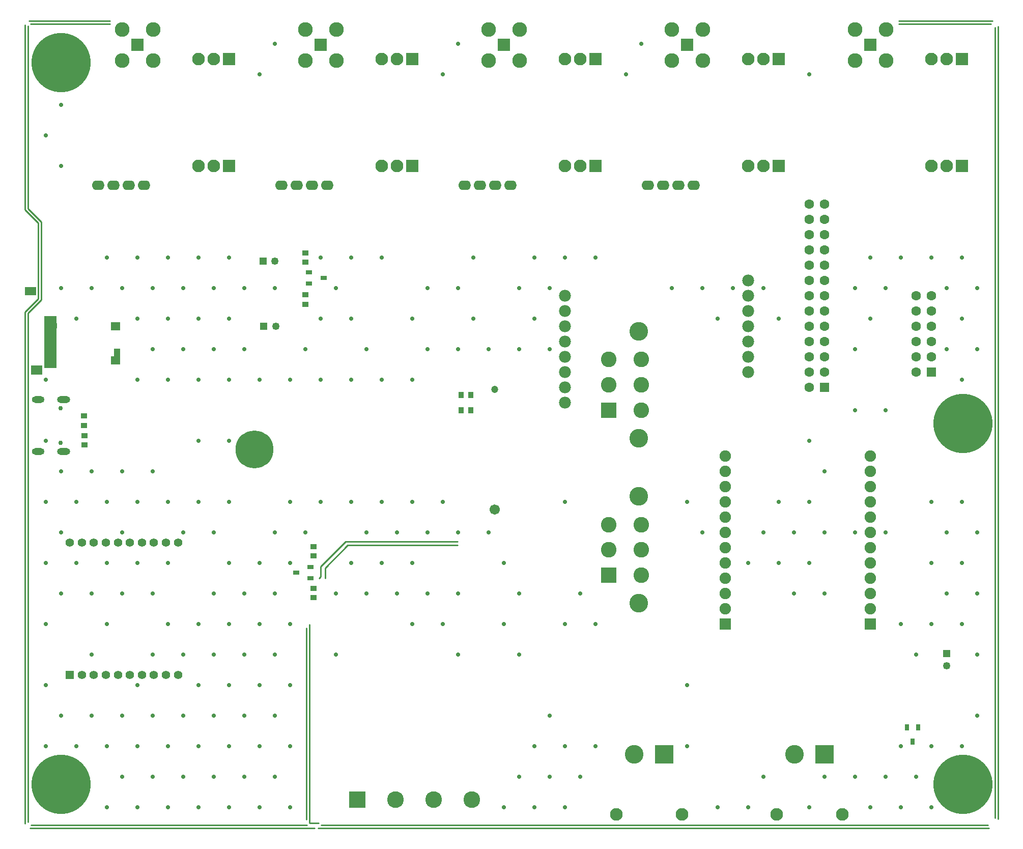
<source format=gbs>
G04*
G04 #@! TF.GenerationSoftware,Altium Limited,Altium Designer,22.10.1 (41)*
G04*
G04 Layer_Color=16711935*
%FSLAX25Y25*%
%MOIN*%
G70*
G04*
G04 #@! TF.SameCoordinates,F9F3A06B-563E-4FCB-9898-75D578650021*
G04*
G04*
G04 #@! TF.FilePolarity,Negative*
G04*
G01*
G75*
%ADD14C,0.01000*%
%ADD62R,0.04061X0.03825*%
%ADD69R,0.03825X0.04061*%
%ADD71R,0.02762X0.04337*%
%ADD83C,0.05512*%
%ADD84R,0.05512X0.05512*%
%ADD85C,0.24810*%
%ADD86C,0.04731*%
%ADD87C,0.06699*%
%ADD88O,0.08274X0.06306*%
%ADD89C,0.07800*%
%ADD90R,0.07487X0.07487*%
%ADD91C,0.07487*%
%ADD92R,0.04928X0.04928*%
%ADD93C,0.04928*%
%ADD94C,0.08274*%
%ADD95R,0.08274X0.08274*%
%ADD96C,0.06306*%
%ADD97R,0.06306X0.06306*%
%ADD98R,0.12211X0.12211*%
%ADD99C,0.12211*%
%ADD100C,0.10243*%
%ADD101C,0.10243*%
%ADD102R,0.10243X0.10243*%
%ADD103R,0.10912X0.10912*%
%ADD104C,0.10912*%
%ADD105R,0.04928X0.04928*%
%ADD106C,0.09646*%
%ADD107R,0.08465X0.08465*%
%ADD108C,0.02959*%
%ADD109O,0.08668X0.04534*%
%ADD110O,0.08274X0.04337*%
%ADD111C,0.38900*%
%ADD112C,0.02900*%
%ADD155R,0.04145X0.05171*%
%ADD156R,0.08000X0.34000*%
%ADD157R,0.07400X0.05912*%
%ADD158R,0.04337X0.02762*%
%ADD159R,0.05912X0.05518*%
%ADD160R,0.04140X0.04337*%
%ADD161R,0.06306X0.03550*%
%ADD162R,0.07200X0.05712*%
D14*
X212550Y29600D02*
X218500D01*
X212550D02*
Y159600D01*
X28300Y363522D02*
X37000Y372222D01*
Y423328D01*
X28300Y30200D02*
Y363522D01*
Y432028D02*
X37000Y423328D01*
X28300Y432028D02*
Y551522D01*
X29728Y552950D02*
X82000D01*
X210500Y31803D02*
Y157164D01*
X218106Y26300D02*
X657628D01*
X220200Y28300D02*
X656800D01*
X661500Y33000D02*
Y46271D01*
X663500Y32172D02*
Y39000D01*
X28899Y554950D02*
X82000D01*
X26300Y431200D02*
Y552351D01*
Y364351D02*
X35000Y373051D01*
Y422500D01*
X26300Y431200D02*
X35000Y422500D01*
X26300Y29372D02*
Y364351D01*
X30200Y28300D02*
X210800D01*
X29372Y26300D02*
X215894D01*
X661536Y46308D02*
Y550464D01*
X663536Y39036D02*
Y551292D01*
X598500Y555000D02*
X659828D01*
X598500Y553000D02*
X659000D01*
X237435Y211435D02*
X309500D01*
X220000Y190836D02*
Y197551D01*
X236334Y213885D02*
X309500D01*
X220000Y197551D02*
X236334Y213885D01*
X218950Y189786D02*
X220000Y190836D01*
X222713Y189787D02*
Y196713D01*
X237435Y211435D01*
D62*
X65000Y296142D02*
D03*
Y290000D02*
D03*
X65063Y283197D02*
D03*
Y277055D02*
D03*
X209937Y369303D02*
D03*
Y375445D02*
D03*
Y396803D02*
D03*
Y402945D02*
D03*
X215063Y210697D02*
D03*
Y204555D02*
D03*
Y183197D02*
D03*
Y177055D02*
D03*
D69*
X318071Y300000D02*
D03*
X311929D02*
D03*
X318071Y310000D02*
D03*
X311929D02*
D03*
D71*
X603760Y92224D02*
D03*
X611240D02*
D03*
X607500Y82776D02*
D03*
D83*
X55551Y213307D02*
D03*
X63425D02*
D03*
X71299D02*
D03*
X79173D02*
D03*
X87047D02*
D03*
X94921D02*
D03*
X102795D02*
D03*
X110669D02*
D03*
X118543D02*
D03*
X126417D02*
D03*
Y126693D02*
D03*
X118543D02*
D03*
X110669D02*
D03*
X102795D02*
D03*
X94921D02*
D03*
X87047D02*
D03*
X79173D02*
D03*
X71299D02*
D03*
X63425D02*
D03*
D84*
X55551D02*
D03*
D85*
X176476Y274095D02*
D03*
D86*
X333957Y313465D02*
D03*
D87*
Y234724D02*
D03*
D88*
X464252Y447126D02*
D03*
X454252D02*
D03*
X444252D02*
D03*
X434252D02*
D03*
X344252D02*
D03*
X334252D02*
D03*
X324252D02*
D03*
X314252D02*
D03*
X224252D02*
D03*
X214252D02*
D03*
X204252D02*
D03*
X194252D02*
D03*
X104252D02*
D03*
X94252D02*
D03*
X84252D02*
D03*
X74252D02*
D03*
D89*
X380000Y305000D02*
D03*
X500000Y385000D02*
D03*
Y375000D02*
D03*
Y365000D02*
D03*
Y355000D02*
D03*
Y345000D02*
D03*
Y335000D02*
D03*
Y325000D02*
D03*
X380000Y365000D02*
D03*
Y355000D02*
D03*
Y345000D02*
D03*
Y335000D02*
D03*
Y325000D02*
D03*
Y315000D02*
D03*
Y375000D02*
D03*
D90*
X580000Y160000D02*
D03*
X485000D02*
D03*
D91*
X580000Y170000D02*
D03*
Y180000D02*
D03*
Y190000D02*
D03*
Y200000D02*
D03*
Y210000D02*
D03*
Y220000D02*
D03*
Y230000D02*
D03*
Y240000D02*
D03*
Y250000D02*
D03*
Y260000D02*
D03*
Y270000D02*
D03*
X485000Y170000D02*
D03*
Y180000D02*
D03*
Y190000D02*
D03*
Y200000D02*
D03*
Y210000D02*
D03*
Y220000D02*
D03*
Y230000D02*
D03*
Y240000D02*
D03*
Y250000D02*
D03*
Y260000D02*
D03*
Y270000D02*
D03*
D92*
X630000Y140402D02*
D03*
D93*
Y132500D02*
D03*
X190000Y397500D02*
D03*
X190402Y355000D02*
D03*
D94*
X620000Y460000D02*
D03*
X630000D02*
D03*
X620000Y530000D02*
D03*
X630000D02*
D03*
X518347Y35157D02*
D03*
X561654D02*
D03*
X500000Y460000D02*
D03*
X510000D02*
D03*
X500000Y530000D02*
D03*
X510000D02*
D03*
X413346Y35157D02*
D03*
X456653D02*
D03*
X380000Y460000D02*
D03*
X390000D02*
D03*
X380000Y530000D02*
D03*
X390000D02*
D03*
X260000Y460000D02*
D03*
X270000D02*
D03*
X260000Y530000D02*
D03*
X270000D02*
D03*
X140000Y460000D02*
D03*
X150000D02*
D03*
X140000Y530000D02*
D03*
X150000D02*
D03*
D95*
X640000Y460000D02*
D03*
Y530000D02*
D03*
X520000Y460000D02*
D03*
Y530000D02*
D03*
X400000Y460000D02*
D03*
Y530000D02*
D03*
X280000Y460000D02*
D03*
Y530000D02*
D03*
X160000Y460000D02*
D03*
Y530000D02*
D03*
D96*
X610000Y375000D02*
D03*
X620000D02*
D03*
X610000Y365000D02*
D03*
X620000D02*
D03*
X610000Y355000D02*
D03*
X620000D02*
D03*
X610000Y345000D02*
D03*
X620000D02*
D03*
X610000Y335000D02*
D03*
X620000D02*
D03*
X610000Y325000D02*
D03*
X540000Y315000D02*
D03*
X550000Y325000D02*
D03*
X540000D02*
D03*
X550000Y335000D02*
D03*
X540000D02*
D03*
X550000Y345000D02*
D03*
X540000D02*
D03*
X550000Y355000D02*
D03*
X540000D02*
D03*
X550000Y365000D02*
D03*
X540000D02*
D03*
X550000Y375000D02*
D03*
X540000D02*
D03*
X550000Y385000D02*
D03*
X540000D02*
D03*
X550000Y395000D02*
D03*
X540000D02*
D03*
X550000Y405000D02*
D03*
X540000D02*
D03*
X550000Y415000D02*
D03*
X540000D02*
D03*
X550000Y425000D02*
D03*
X540000D02*
D03*
X550000Y435000D02*
D03*
X540000D02*
D03*
D97*
X620000Y325000D02*
D03*
X550000Y315000D02*
D03*
D98*
X549843Y74528D02*
D03*
X444842D02*
D03*
D99*
X530158D02*
D03*
X425157D02*
D03*
X428189Y243504D02*
D03*
Y173425D02*
D03*
Y351575D02*
D03*
Y281496D02*
D03*
D100*
X430000Y225000D02*
D03*
X408347D02*
D03*
X430000Y208465D02*
D03*
Y191929D02*
D03*
Y333071D02*
D03*
X408347D02*
D03*
X430000Y316535D02*
D03*
Y300000D02*
D03*
D101*
X408347Y208465D02*
D03*
Y316535D02*
D03*
D102*
Y191929D02*
D03*
Y300000D02*
D03*
D103*
X243999Y45000D02*
D03*
D104*
X268999D02*
D03*
X293999D02*
D03*
X318999D02*
D03*
D105*
X182098Y397500D02*
D03*
X182500Y355000D02*
D03*
D106*
X590138Y528917D02*
D03*
X569862D02*
D03*
X590138Y549193D02*
D03*
X569862D02*
D03*
X470138Y528917D02*
D03*
X449862D02*
D03*
X470138Y549193D02*
D03*
X449862D02*
D03*
X350138Y528917D02*
D03*
X329862D02*
D03*
X350138Y549193D02*
D03*
X329862D02*
D03*
X230138Y528917D02*
D03*
X209862D02*
D03*
X230138Y549193D02*
D03*
X209862D02*
D03*
X110138Y528917D02*
D03*
X89862D02*
D03*
X110138Y549193D02*
D03*
X89862D02*
D03*
D107*
X580000Y539055D02*
D03*
X460000D02*
D03*
X340000D02*
D03*
X220000D02*
D03*
X100000D02*
D03*
D108*
X49488Y301378D02*
D03*
Y278622D02*
D03*
D109*
X51457Y272992D02*
D03*
Y307008D02*
D03*
D110*
X35000Y272992D02*
D03*
Y307008D02*
D03*
D111*
X640551Y291220D02*
D03*
X640551Y55000D02*
D03*
X50000D02*
D03*
Y527441D02*
D03*
D112*
X240000Y200000D02*
D03*
X640000Y400000D02*
D03*
X650000Y380000D02*
D03*
X640000Y360000D02*
D03*
X650000Y340000D02*
D03*
X640000Y320000D02*
D03*
Y240000D02*
D03*
X650000Y220000D02*
D03*
X640000Y200000D02*
D03*
X650000Y180000D02*
D03*
X640000Y160000D02*
D03*
X650000Y140000D02*
D03*
Y100000D02*
D03*
X640000Y80000D02*
D03*
X620000Y400000D02*
D03*
X630000Y380000D02*
D03*
Y340000D02*
D03*
X620000Y240000D02*
D03*
X630000Y220000D02*
D03*
X620000Y200000D02*
D03*
X630000Y180000D02*
D03*
X620000Y160000D02*
D03*
Y80000D02*
D03*
Y40000D02*
D03*
X600000Y400000D02*
D03*
Y160000D02*
D03*
X610000Y140000D02*
D03*
X600000Y80000D02*
D03*
X610000Y60000D02*
D03*
X600000Y40000D02*
D03*
X580000Y400000D02*
D03*
X590000Y380000D02*
D03*
X580000Y360000D02*
D03*
X590000Y300000D02*
D03*
Y220000D02*
D03*
Y60000D02*
D03*
X580000Y40000D02*
D03*
X570000Y380000D02*
D03*
Y340000D02*
D03*
Y300000D02*
D03*
Y220000D02*
D03*
Y60000D02*
D03*
X540000Y520000D02*
D03*
Y280000D02*
D03*
X550000Y260000D02*
D03*
X540000Y240000D02*
D03*
X550000Y220000D02*
D03*
X540000Y200000D02*
D03*
X550000Y180000D02*
D03*
Y60000D02*
D03*
X540000Y40000D02*
D03*
X520000Y360000D02*
D03*
Y240000D02*
D03*
X530000Y220000D02*
D03*
X520000Y200000D02*
D03*
X530000Y180000D02*
D03*
X510000Y380000D02*
D03*
Y220000D02*
D03*
X500000Y200000D02*
D03*
X510000Y60000D02*
D03*
X500000Y40000D02*
D03*
X490000Y380000D02*
D03*
X480000Y360000D02*
D03*
Y40000D02*
D03*
X470000Y380000D02*
D03*
X460000Y240000D02*
D03*
X470000Y220000D02*
D03*
X460000Y120000D02*
D03*
Y80000D02*
D03*
X450000Y380000D02*
D03*
X430000Y540000D02*
D03*
X420000Y520000D02*
D03*
X400000Y400000D02*
D03*
Y160000D02*
D03*
Y80000D02*
D03*
X380000Y400000D02*
D03*
Y240000D02*
D03*
X390000Y180000D02*
D03*
X380000Y160000D02*
D03*
Y80000D02*
D03*
X390000Y60000D02*
D03*
X380000Y40000D02*
D03*
X360000Y400000D02*
D03*
X370000Y380000D02*
D03*
X360000Y360000D02*
D03*
X370000Y340000D02*
D03*
Y100000D02*
D03*
X360000Y80000D02*
D03*
X370000Y60000D02*
D03*
X360000Y40000D02*
D03*
X350000Y380000D02*
D03*
Y340000D02*
D03*
X340000Y200000D02*
D03*
X350000Y180000D02*
D03*
X340000Y160000D02*
D03*
X350000Y140000D02*
D03*
Y60000D02*
D03*
X340000Y40000D02*
D03*
X320000Y400000D02*
D03*
Y360000D02*
D03*
X330000Y340000D02*
D03*
Y220000D02*
D03*
X310000Y540000D02*
D03*
X300000Y520000D02*
D03*
X310000Y380000D02*
D03*
Y340000D02*
D03*
X300000Y240000D02*
D03*
X310000Y220000D02*
D03*
Y180000D02*
D03*
X300000Y160000D02*
D03*
X310000Y140000D02*
D03*
X290000Y380000D02*
D03*
X280000Y360000D02*
D03*
X290000Y340000D02*
D03*
X280000Y320000D02*
D03*
Y240000D02*
D03*
X290000Y220000D02*
D03*
X280000Y200000D02*
D03*
X290000Y180000D02*
D03*
X280000Y160000D02*
D03*
X260000Y400000D02*
D03*
Y320000D02*
D03*
Y240000D02*
D03*
X270000Y220000D02*
D03*
X260000Y200000D02*
D03*
X270000Y180000D02*
D03*
X240000Y400000D02*
D03*
Y360000D02*
D03*
X250000Y340000D02*
D03*
X240000Y320000D02*
D03*
Y240000D02*
D03*
X250000Y220000D02*
D03*
Y180000D02*
D03*
X220000Y400000D02*
D03*
X230000Y380000D02*
D03*
X220000Y360000D02*
D03*
Y320000D02*
D03*
Y240000D02*
D03*
X230000Y180000D02*
D03*
Y140000D02*
D03*
X210000Y340000D02*
D03*
X200000Y320000D02*
D03*
Y240000D02*
D03*
X210000Y220000D02*
D03*
X200000Y200000D02*
D03*
Y160000D02*
D03*
Y120000D02*
D03*
Y80000D02*
D03*
Y40000D02*
D03*
X190000Y540000D02*
D03*
X180000Y520000D02*
D03*
X190000Y380000D02*
D03*
X180000Y320000D02*
D03*
X190000Y220000D02*
D03*
X180000Y200000D02*
D03*
X190000Y180000D02*
D03*
X180000Y160000D02*
D03*
X190000Y140000D02*
D03*
X180000Y120000D02*
D03*
X190000Y100000D02*
D03*
X180000Y80000D02*
D03*
X190000Y60000D02*
D03*
X180000Y40000D02*
D03*
X160000Y400000D02*
D03*
X170000Y380000D02*
D03*
X160000Y360000D02*
D03*
X170000Y340000D02*
D03*
X160000Y320000D02*
D03*
Y280000D02*
D03*
Y240000D02*
D03*
Y200000D02*
D03*
X170000Y180000D02*
D03*
X160000Y160000D02*
D03*
X170000Y140000D02*
D03*
X160000Y120000D02*
D03*
X170000Y100000D02*
D03*
X160000Y80000D02*
D03*
X170000Y60000D02*
D03*
X160000Y40000D02*
D03*
X140000Y400000D02*
D03*
X150000Y380000D02*
D03*
X140000Y360000D02*
D03*
X150000Y340000D02*
D03*
X140000Y320000D02*
D03*
Y280000D02*
D03*
Y240000D02*
D03*
X150000Y220000D02*
D03*
Y180000D02*
D03*
X140000Y160000D02*
D03*
X150000Y140000D02*
D03*
X140000Y120000D02*
D03*
X150000Y100000D02*
D03*
X140000Y80000D02*
D03*
X150000Y60000D02*
D03*
X140000Y40000D02*
D03*
X120000Y400000D02*
D03*
X130000Y380000D02*
D03*
X120000Y360000D02*
D03*
X130000Y340000D02*
D03*
X120000Y320000D02*
D03*
Y240000D02*
D03*
X130000Y220000D02*
D03*
X120000Y200000D02*
D03*
Y160000D02*
D03*
X130000Y140000D02*
D03*
Y100000D02*
D03*
X120000Y80000D02*
D03*
X130000Y60000D02*
D03*
X120000Y40000D02*
D03*
X100000Y400000D02*
D03*
X110000Y380000D02*
D03*
X100000Y360000D02*
D03*
X110000Y340000D02*
D03*
X100000Y320000D02*
D03*
X110000Y260000D02*
D03*
X100000Y240000D02*
D03*
Y200000D02*
D03*
X110000Y180000D02*
D03*
Y140000D02*
D03*
X100000Y120000D02*
D03*
X110000Y100000D02*
D03*
X100000Y80000D02*
D03*
X110000Y60000D02*
D03*
X100000Y40000D02*
D03*
X80000Y400000D02*
D03*
X90000Y380000D02*
D03*
Y260000D02*
D03*
X80000Y240000D02*
D03*
X90000Y220000D02*
D03*
X80000Y200000D02*
D03*
X90000Y180000D02*
D03*
X80000Y160000D02*
D03*
X90000Y100000D02*
D03*
X80000Y80000D02*
D03*
X90000Y60000D02*
D03*
X80000Y40000D02*
D03*
X70000Y380000D02*
D03*
X60000Y360000D02*
D03*
X70000Y260000D02*
D03*
X60000Y240000D02*
D03*
Y200000D02*
D03*
X70000Y180000D02*
D03*
Y140000D02*
D03*
Y100000D02*
D03*
X60000Y80000D02*
D03*
X50000Y500000D02*
D03*
X40000Y480000D02*
D03*
X50000Y460000D02*
D03*
Y380000D02*
D03*
X40000Y320000D02*
D03*
Y280000D02*
D03*
X50000Y260000D02*
D03*
X40000Y240000D02*
D03*
X50000Y220000D02*
D03*
X40000Y200000D02*
D03*
X50000Y180000D02*
D03*
X40000Y160000D02*
D03*
Y120000D02*
D03*
X50000Y100000D02*
D03*
X40000Y80000D02*
D03*
D155*
X86392Y337582D02*
D03*
D156*
X43000Y344500D02*
D03*
D157*
X33737Y326228D02*
D03*
D158*
X213256Y197240D02*
D03*
Y189760D02*
D03*
X203807Y193500D02*
D03*
X212244Y382760D02*
D03*
Y390240D02*
D03*
X221693Y386500D02*
D03*
D159*
X85509Y332528D02*
D03*
Y354969D02*
D03*
D160*
X86395Y338000D02*
D03*
D161*
X42753Y329339D02*
D03*
Y333669D02*
D03*
X41965Y338000D02*
D03*
X42753Y342331D02*
D03*
X41965Y346661D02*
D03*
X42753Y350992D02*
D03*
X44328Y355323D02*
D03*
X42753Y359653D02*
D03*
D162*
X29800Y378000D02*
D03*
M02*

</source>
